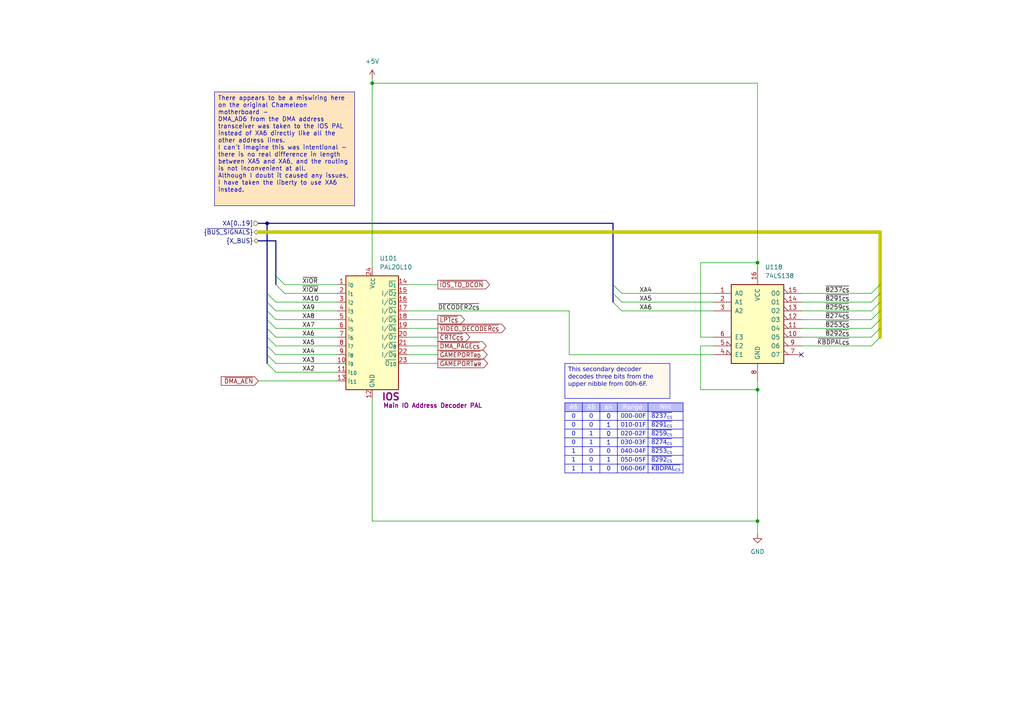
<source format=kicad_sch>
(kicad_sch (version 20250114) (generator "eeschema") (generator_version "9.0")
  (paper "A4")
  (lib_symbols
    (symbol "74xx:74LS138" (pin_names (offset 1.016))
      (property "Reference" "U" (at -7.62 11.43 0))
      (property "Value" "74LS138" (at -7.62 -13.97 0))
      (symbol "74LS138_1_0"
        (pin input line (at -12.7 7.62 0) (length 5.08) (name "A0") (number "1"))
        (pin input line (at -12.7 5.08 0) (length 5.08) (name "A1") (number "2"))
        (pin input line (at -12.7 2.54 0) (length 5.08) (name "A2") (number "3"))
        (pin input line (at -12.7 -5.08 0) (length 5.08) (name "E3") (number "6"))
        (pin input input_low (at -12.7 -7.62 0) (length 5.08) (name "E2") (number "5"))
        (pin input input_low (at -12.7 -10.16 0) (length 5.08) (name "E1") (number "4"))
        (pin power_in line (at 0 15.24 270) (length 5.08) (name "VCC") (number "16"))
        (pin power_in line (at 0 -17.78 90) (length 5.08) (name "GND") (number "8"))
        (pin output output_low (at 12.7 7.62 180) (length 5.08) (name "O0") (number "15"))
        (pin output output_low (at 12.7 5.08 180) (length 5.08) (name "O1") (number "14"))
        (pin output output_low (at 12.7 2.54 180) (length 5.08) (name "O2") (number "13"))
        (pin output output_low (at 12.7 0 180) (length 5.08) (name "O3") (number "12"))
        (pin output output_low (at 12.7 -2.54 180) (length 5.08) (name "O4") (number "11"))
        (pin output output_low (at 12.7 -5.08 180) (length 5.08) (name "O5") (number "10"))
        (pin output output_low (at 12.7 -7.62 180) (length 5.08) (name "O6") (number "9"))
        (pin output output_low (at 12.7 -10.16 180) (length 5.08) (name "O7") (number "7"))
      )
      (symbol "74LS138_1_1"
        (rectangle (start -7.62 10.16) (end 7.62 -12.7) (stroke (width 0.254)) (fill (type background)))
      )
    )
    (symbol "power:+5V" (power) (pin_numbers (hide yes)) (pin_names (offset 0) (hide yes))
      (property "Value" "+5V" (at 0 3.556 0))
      (symbol "+5V_0_1"
        (polyline (pts (xy -0.762 1.27) (xy 0 2.54)))
        (polyline (pts (xy 0 2.54) (xy 0.762 1.27)))
        (polyline (pts (xy 0 0) (xy 0 2.54)))
      )
      (symbol "+5V_1_1"
        (pin power_in line (at 0 0 90) (length 0) (name "~") (number "1"))
      )
    )
    (symbol "power:GND" (power) (pin_numbers (hide yes)) (pin_names (offset 0) (hide yes))
      (property "Value" "GND" (at 0 -3.81 0))
      (symbol "GND_0_1"
        (polyline (pts (xy 0 0) (xy 0 -1.27) (xy 1.27 -1.27) (xy 0 -2.54) (xy -1.27 -1.27) (xy 0 -1.27)))
      )
      (symbol "GND_1_1"
        (pin power_in line (at 0 0 270) (length 0) (name "~") (number "1"))
      )
    )
    (symbol "seequa:PAL20L10"
      (property "Reference" "U" (at -7.366 21.844 0))
      (property "Value" "PAL20L10" (at 2.032 21.844 0))
      (symbol "PAL20L10_0_0"
        (pin power_in line (at 0 -15.24 90) (length 2.54) (name "GND") (number "12"))
      )
      (symbol "PAL20L10_0_1"
        (rectangle (start -7.62 20.32) (end 7.62 -12.7) (stroke (width 0.254)) (fill (type background)))
      )
      (symbol "PAL20L10_1_0"
        (pin power_in line (at 0 22.86 270) (length 2.54) (name "V_{CC}") (number "24"))
      )
      (symbol "PAL20L10_1_1"
        (pin input line (at -10.16 17.78 0) (length 2.54) (name "I_{0}") (number "1"))
        (pin input line (at -10.16 15.24 0) (length 2.54) (name "I_{1}") (number "2"))
        (pin input line (at -10.16 12.7 0) (length 2.54) (name "I_{2}") (number "3"))
        (pin input line (at -10.16 10.16 0) (length 2.54) (name "I_{3}") (number "4"))
        (pin input line (at -10.16 7.62 0) (length 2.54) (name "I_{4}") (number "5"))
        (pin input line (at -10.16 5.08 0) (length 2.54) (name "I_{5}") (number "6"))
        (pin input line (at -10.16 2.54 0) (length 2.54) (name "I_{6}") (number "7"))
        (pin input line (at -10.16 0 0) (length 2.54) (name "I_{7}") (number "8"))
        (pin input line (at -10.16 -2.54 0) (length 2.54) (name "I_{8}") (number "9"))
        (pin input line (at -10.16 -5.08 0) (length 2.54) (name "I_{9}") (number "10"))
        (pin input line (at -10.16 -7.62 0) (length 2.54) (name "I_{10}") (number "11"))
        (pin input line (at -10.16 -10.16 0) (length 2.54) (name "I_{11}") (number "13"))
        (pin output line (at 10.16 17.78 180) (length 2.54) (name "~{O_{1}}") (number "14"))
        (pin bidirectional line (at 10.16 15.24 180) (length 2.54) (name "I/~{O_{2}}") (number "15"))
        (pin bidirectional line (at 10.16 12.7 180) (length 2.54) (name "I/~{O_{3}}") (number "16"))
        (pin bidirectional line (at 10.16 10.16 180) (length 2.54) (name "I/~{O_{4}}") (number "17"))
        (pin bidirectional line (at 10.16 7.62 180) (length 2.54) (name "I/~{O_{5}}") (number "18"))
        (pin bidirectional line (at 10.16 5.08 180) (length 2.54) (name "I/~{O_{6}}") (number "19"))
        (pin bidirectional line (at 10.16 2.54 180) (length 2.54) (name "I/~{O_{7}}") (number "20"))
        (pin bidirectional line (at 10.16 0 180) (length 2.54) (name "I/~{O_{8}}") (number "21"))
        (pin bidirectional line (at 10.16 -2.54 180) (length 2.54) (name "I/~{O_{9}}") (number "22"))
        (pin output line (at 10.16 -5.08 180) (length 2.54) (name "~{O_{10}}") (number "23"))
      )
    )
  )
  (bus_alias "CHIP_SELECTS" (members "~{8237_{CS}}" "~{8291_{CS}}" "~{8259_{CS}}" "~{8274_{CS}}" "~{8253_{CS}}" "~{8292_{CS}}" "~{KBDPAL_{CS}}"))
  (text_box "This secondary decoder decodes three bits from the upper nibble from 00h-6F." (at 163.83 105.41 0) (size 30.48 10.16) (margins 0.9525 0.9525 0.9525 0.9525) (fill (type color) (color 255 229 191 0.25)) (effects (font (size 1.27 1.27)) (justify left top)))
  (text_box "There appears to be a miswiring here on the original Chameleon motherboard - \nDMA_AD6 from the DMA address transceiver was taken to the IOS PAL instead of XA6 directly like all the other address lines.\nI can't imagine this was intentional - there is no real difference in length between XA5 and XA6, and the routing is not inconvenient at all. \nAlthough I doubt it caused any issues, I have taken the liberty to use XA6 instead." (at 62.23 26.67 0) (size 40.64 33.02) (margins 0.9525 0.9525 0.9525 0.9525) (fill (type color) (color 255 229 191 1)) (effects (font (size 1.27 1.27)) (justify left top)))
  (junction (at 107.95 24.13))
  (junction (at 77.47 64.77))
  (junction (at 219.71 113.03))
  (junction (at 219.71 76.2))
  (junction (at 219.71 151.13))
  (no_connect (at 232.41 102.87))
  (bus_entry (at 252.73 90.17) (size 2.54 -2.54))
  (bus_entry (at 252.73 85.09) (size 2.54 -2.54))
  (bus_entry (at 77.47 97.79) (size 2.54 2.54))
  (bus_entry (at 77.47 92.71) (size 2.54 2.54))
  (bus_entry (at 77.47 95.25) (size 2.54 2.54))
  (bus_entry (at 77.47 90.17) (size 2.54 2.54))
  (bus_entry (at 177.8 82.55) (size 2.54 2.54))
  (bus_entry (at 80.01 82.55) (size 2.54 2.54))
  (bus_entry (at 252.73 95.25) (size 2.54 -2.54))
  (bus_entry (at 77.47 100.33) (size 2.54 2.54))
  (bus_entry (at 252.73 100.33) (size 2.54 -2.54))
  (bus_entry (at 252.73 87.63) (size 2.54 -2.54))
  (bus_entry (at 77.47 87.63) (size 2.54 2.54))
  (bus_entry (at 80.01 80.01) (size 2.54 2.54))
  (bus_entry (at 77.47 85.09) (size 2.54 2.54))
  (bus_entry (at 77.47 102.87) (size 2.54 2.54))
  (bus_entry (at 252.73 97.79) (size 2.54 -2.54))
  (bus_entry (at 177.8 85.09) (size 2.54 2.54))
  (bus_entry (at 252.73 92.71) (size 2.54 -2.54))
  (bus_entry (at 177.8 87.63) (size 2.54 2.54))
  (bus_entry (at 77.47 105.41) (size 2.54 2.54))
  (wire (pts (xy 203.2 97.79) (xy 203.2 76.2)))
  (wire (pts (xy 180.34 85.09) (xy 207.01 85.09)))
  (wire (pts (xy 219.71 113.03) (xy 219.71 151.13)))
  (wire (pts (xy 232.41 87.63) (xy 252.73 87.63)))
  (wire (pts (xy 107.95 151.13) (xy 219.71 151.13)))
  (wire (pts (xy 118.11 92.71) (xy 127 92.71)))
  (wire (pts (xy 118.11 95.25) (xy 127 95.25)))
  (wire (pts (xy 107.95 115.57) (xy 107.95 151.13)))
  (bus (pts (xy 77.47 64.77) (xy 177.8 64.77)))
  (wire (pts (xy 203.2 100.33) (xy 203.2 113.03)))
  (wire (pts (xy 80.01 105.41) (xy 97.79 105.41)))
  (bus (pts (xy 255.27 92.71) (xy 255.27 90.17)) (stroke (width 1) (color 194 194 0 1)))
  (bus (pts (xy 255.27 85.09) (xy 255.27 82.55)) (stroke (width 1) (color 194 194 0 1)))
  (wire (pts (xy 180.34 90.17) (xy 207.01 90.17)))
  (wire (pts (xy 203.2 113.03) (xy 219.71 113.03)))
  (wire (pts (xy 118.11 90.17) (xy 165.1 90.17)))
  (wire (pts (xy 118.11 100.33) (xy 127 100.33)))
  (wire (pts (xy 232.41 90.17) (xy 252.73 90.17)))
  (wire (pts (xy 80.01 107.95) (xy 97.79 107.95)))
  (bus (pts (xy 255.27 95.25) (xy 255.27 92.71)) (stroke (width 1) (color 194 194 0 1)))
  (bus (pts (xy 177.8 85.09) (xy 177.8 87.63)))
  (bus (pts (xy 80.01 80.01) (xy 80.01 82.55)))
  (bus (pts (xy 255.27 87.63) (xy 255.27 85.09)) (stroke (width 1) (color 194 194 0 1)))
  (bus (pts (xy 80.01 69.85) (xy 80.01 80.01)))
  (wire (pts (xy 107.95 22.86) (xy 107.95 24.13)))
  (wire (pts (xy 118.11 97.79) (xy 127 97.79)))
  (bus (pts (xy 77.47 102.87) (xy 77.47 105.41)))
  (wire (pts (xy 232.41 85.09) (xy 252.73 85.09)))
  (wire (pts (xy 232.41 95.25) (xy 252.73 95.25)))
  (bus (pts (xy 74.93 69.85) (xy 80.01 69.85)))
  (wire (pts (xy 80.01 100.33) (xy 97.79 100.33)))
  (bus (pts (xy 255.27 97.79) (xy 255.27 95.25)) (stroke (width 1) (color 194 194 0 1)))
  (wire (pts (xy 80.01 90.17) (xy 97.79 90.17)))
  (wire (pts (xy 74.93 110.49) (xy 97.79 110.49)))
  (wire (pts (xy 80.01 95.25) (xy 97.79 95.25)))
  (wire (pts (xy 118.11 82.55) (xy 127 82.55)))
  (wire (pts (xy 82.55 82.55) (xy 97.79 82.55)))
  (wire (pts (xy 203.2 76.2) (xy 219.71 76.2)))
  (wire (pts (xy 80.01 92.71) (xy 97.79 92.71)))
  (wire (pts (xy 219.71 151.13) (xy 219.71 154.94)))
  (wire (pts (xy 127 105.41) (xy 118.11 105.41)))
  (bus (pts (xy 74.93 64.77) (xy 77.47 64.77)))
  (wire (pts (xy 107.95 24.13) (xy 107.95 77.47)))
  (bus (pts (xy 77.47 97.79) (xy 77.47 100.33)))
  (wire (pts (xy 165.1 102.87) (xy 207.01 102.87)))
  (bus (pts (xy 77.47 64.77) (xy 77.47 85.09)))
  (bus (pts (xy 77.47 92.71) (xy 77.47 95.25)))
  (wire (pts (xy 82.55 85.09) (xy 97.79 85.09)))
  (bus (pts (xy 77.47 100.33) (xy 77.47 102.87)))
  (bus (pts (xy 255.27 67.31) (xy 255.27 82.55)) (stroke (width 1) (color 194 194 0 1)))
  (wire (pts (xy 219.71 113.03) (xy 219.71 110.49)))
  (wire (pts (xy 165.1 102.87) (xy 165.1 90.17)))
  (wire (pts (xy 232.41 97.79) (xy 252.73 97.79)))
  (bus (pts (xy 74.93 67.31) (xy 255.27 67.31)) (stroke (width 1) (color 194 194 0 1)))
  (wire (pts (xy 180.34 87.63) (xy 207.01 87.63)))
  (wire (pts (xy 219.71 76.2) (xy 219.71 77.47)))
  (wire (pts (xy 80.01 102.87) (xy 97.79 102.87)))
  (wire (pts (xy 219.71 24.13) (xy 219.71 76.2)))
  (wire (pts (xy 207.01 100.33) (xy 203.2 100.33)))
  (bus (pts (xy 77.47 90.17) (xy 77.47 92.71)))
  (bus (pts (xy 77.47 85.09) (xy 77.47 87.63)))
  (wire (pts (xy 232.41 100.33) (xy 252.73 100.33)))
  (bus (pts (xy 255.27 90.17) (xy 255.27 87.63)) (stroke (width 1) (color 194 194 0 1)))
  (bus (pts (xy 177.8 64.77) (xy 177.8 82.55)))
  (bus (pts (xy 77.47 95.25) (xy 77.47 97.79)))
  (bus (pts (xy 177.8 82.55) (xy 177.8 85.09)))
  (wire (pts (xy 107.95 24.13) (xy 219.71 24.13)))
  (wire (pts (xy 118.11 102.87) (xy 127 102.87)))
  (bus (pts (xy 77.47 87.63) (xy 77.47 90.17)))
  (wire (pts (xy 207.01 97.79) (xy 203.2 97.79)))
  (wire (pts (xy 80.01 87.63) (xy 97.79 87.63)))
  (wire (pts (xy 80.01 97.79) (xy 97.79 97.79)))
  (wire (pts (xy 232.41 92.71) (xy 252.73 92.71)))
  (table (column_count 5) (border (external yes) (header yes)) (separators (rows yes) (cols yes)) (column_widths 5.08 5.08 5.08 8.89 10.16) (row_heights 2.54 2.54 2.54 2.54 2.54 2.54 2.54 2.54) (cells (table_cell "A6" (at 163.83 116.84 0) (size 5.08 2.54) (margins 0.9525 0.9525 0.9525 0.9525) (span 1 1) (fill (type color) (color 0 0 255 0.26))) (table_cell "A5" (at 168.91 116.84 0) (size 5.08 2.54) (margins 0.9525 0.9525 0.9525 0.9525) (span 1 1) (fill (type color) (color 0 0 255 0.26))) (table_cell "A4" (at 173.99 116.84 0) (size 5.08 2.54) (margins 0.9525 0.9525 0.9525 0.9525) (span 1 1) (fill (type color) (color 0 0 255 0.26))) (table_cell "Range" (at 179.07 116.84 0) (size 8.89 2.54) (margins 0.9525 0.9525 0.9525 0.9525) (span 1 1) (fill (type color) (color 0 0 255 0.26))) (table_cell "Net" (at 187.96 116.84 0) (size 10.16 2.54) (margins 0.9525 0.9525 0.9525 0.9525) (span 1 1) (fill (type color) (color 0 0 255 0.26))) (table_cell "0" (at 163.83 119.38 0) (size 5.08 2.54) (margins 0.9525 0.9525 0.9525 0.9525) (span 1 1)) (table_cell "0" (at 168.91 119.38 0) (size 5.08 2.54) (margins 0.9525 0.9525 0.9525 0.9525) (span 1 1)) (table_cell "0" (at 173.99 119.38 0) (size 5.08 2.54) (margins 0.9525 0.9525 0.9525 0.9525) (span 1 1)) (table_cell "000-00F" (at 179.07 119.38 0) (size 8.89 2.54) (margins 0.9525 0.9525 0.9525 0.9525) (span 1 1)) (table_cell "~{8237_{CS}}" (at 187.96 119.38 0) (size 10.16 2.54) (margins 0.9525 0.9525 0.9525 0.9525) (span 1 1)) (table_cell "0" (at 163.83 121.92 0) (size 5.08 2.54) (margins 0.9525 0.9525 0.9525 0.9525) (span 1 1)) (table_cell "0" (at 168.91 121.92 0) (size 5.08 2.54) (margins 0.9525 0.9525 0.9525 0.9525) (span 1 1)) (table_cell "1" (at 173.99 121.92 0) (size 5.08 2.54) (margins 0.9525 0.9525 0.9525 0.9525) (span 1 1)) (table_cell "010-01F" (at 179.07 121.92 0) (size 8.89 2.54) (margins 0.9525 0.9525 0.9525 0.9525) (span 1 1)) (table_cell "~{8291_{CS}}" (at 187.96 121.92 0) (size 10.16 2.54) (margins 0.9525 0.9525 0.9525 0.9525) (span 1 1)) (table_cell "0" (at 163.83 124.46 0) (size 5.08 2.54) (margins 0.9525 0.9525 0.9525 0.9525) (span 1 1)) (table_cell "1" (at 168.91 124.46 0) (size 5.08 2.54) (margins 0.9525 0.9525 0.9525 0.9525) (span 1 1)) (table_cell "0" (at 173.99 124.46 0) (size 5.08 2.54) (margins 0.9525 0.9525 0.9525 0.9525) (span 1 1)) (table_cell "020-02F" (at 179.07 124.46 0) (size 8.89 2.54) (margins 0.9525 0.9525 0.9525 0.9525) (span 1 1)) (table_cell "~{8259_{CS}}" (at 187.96 124.46 0) (size 10.16 2.54) (margins 0.9525 0.9525 0.9525 0.9525) (span 1 1)) (table_cell "0" (at 163.83 127 0) (size 5.08 2.54) (margins 0.9525 0.9525 0.9525 0.9525) (span 1 1)) (table_cell "1" (at 168.91 127 0) (size 5.08 2.54) (margins 0.9525 0.9525 0.9525 0.9525) (span 1 1)) (table_cell "1" (at 173.99 127 0) (size 5.08 2.54) (margins 0.9525 0.9525 0.9525 0.9525) (span 1 1)) (table_cell "030-03F" (at 179.07 127 0) (size 8.89 2.54) (margins 0.9525 0.9525 0.9525 0.9525) (span 1 1)) (table_cell "~{8274_{CS}}" (at 187.96 127 0) (size 10.16 2.54) (margins 0.9525 0.9525 0.9525 0.9525) (span 1 1)) (table_cell "1" (at 163.83 129.54 0) (size 5.08 2.54) (margins 0.9525 0.9525 0.9525 0.9525) (span 1 1)) (table_cell "0" (at 168.91 129.54 0) (size 5.08 2.54) (margins 0.9525 0.9525 0.9525 0.9525) (span 1 1)) (table_cell "0" (at 173.99 129.54 0) (size 5.08 2.54) (margins 0.9525 0.9525 0.9525 0.9525) (span 1 1)) (table_cell "040-04F" (at 179.07 129.54 0) (size 8.89 2.54) (margins 0.9525 0.9525 0.9525 0.9525) (span 1 1)) (table_cell "~{8253_{CS}}" (at 187.96 129.54 0) (size 10.16 2.54) (margins 0.9525 0.9525 0.9525 0.9525) (span 1 1)) (table_cell "1" (at 163.83 132.08 0) (size 5.08 2.54) (margins 0.9525 0.9525 0.9525 0.9525) (span 1 1)) (table_cell "0" (at 168.91 132.08 0) (size 5.08 2.54) (margins 0.9525 0.9525 0.9525 0.9525) (span 1 1)) (table_cell "1" (at 173.99 132.08 0) (size 5.08 2.54) (margins 0.9525 0.9525 0.9525 0.9525) (span 1 1)) (table_cell "050-05F" (at 179.07 132.08 0) (size 8.89 2.54) (margins 0.9525 0.9525 0.9525 0.9525) (span 1 1)) (table_cell "~{8292_{CS}}" (at 187.96 132.08 0) (size 10.16 2.54) (margins 0.9525 0.9525 0.9525 0.9525) (span 1 1)) (table_cell "1" (at 163.83 134.62 0) (size 5.08 2.54) (margins 0.9525 0.9525 0.9525 0.9525) (span 1 1)) (table_cell "1" (at 168.91 134.62 0) (size 5.08 2.54) (margins 0.9525 0.9525 0.9525 0.9525) (span 1 1)) (table_cell "0" (at 173.99 134.62 0) (size 5.08 2.54) (margins 0.9525 0.9525 0.9525 0.9525) (span 1 1)) (table_cell "060-06F" (at 179.07 134.62 0) (size 8.89 2.54) (margins 0.9525 0.9525 0.9525 0.9525) (span 1 1)) (table_cell "~{KBDPAL_{CS}}" (at 187.96 134.62 0) (size 10.16 2.54) (margins 0.9525 0.9525 0.9525 0.9525) (span 1 1))))
  (label "XA7" (at 87.63 95.25 0))
  (label "XA6" (at 87.63 97.79 0))
  (label "~{XIOR}" (at 87.63 82.55 0))
  (label "~{KBDPAL_{CS}}" (at 246.38 100.33 180))
  (label "XA9" (at 87.63 90.17 0))
  (label "XA6" (at 185.42 90.17 0))
  (label "XA8" (at 87.63 92.71 0))
  (label "XA10" (at 87.63 87.63 0))
  (label "~{8274_{CS}}" (at 246.38 92.71 180))
  (label "~{DECODER2_{CS}}" (at 127 90.17 0))
  (label "~{8291_{CS}}" (at 246.38 87.63 180))
  (label "~{XIOW}" (at 87.63 85.09 0))
  (label "XA5" (at 87.63 100.33 0))
  (label "~{8237_{CS}}" (at 246.38 85.09 180))
  (label "XA2" (at 87.63 107.95 0))
  (label "~{8259_{CS}}" (at 246.38 90.17 180))
  (label "XA4" (at 87.63 102.87 0))
  (label "XA3" (at 87.63 105.41 0))
  (label "XA4" (at 185.42 85.09 0))
  (label "~{8292_{CS}}" (at 246.38 97.79 180))
  (label "~{8253_{CS}}" (at 246.38 95.25 180))
  (label "XA5" (at 185.42 87.63 0))
  (global_label "~{IOS_TO_DCON}" (shape output) (at 127 82.55 0) (property "Intersheetrefs" "${INTERSHEET_REFS}" (effects (hide yes))))
  (global_label "~{CRTC_{CS}}" (shape output) (at 127 97.79 0) (property "Intersheetrefs" "${INTERSHEET_REFS}" (effects (hide yes))))
  (global_label "~{DMA_AEN}" (shape input) (at 74.93 110.49 180) (property "Intersheetrefs" "${INTERSHEET_REFS}" (effects (hide yes))))
  (global_label "~{VIDEO_DECODER_{CS}}" (shape output) (at 127 95.25 0) (property "Intersheetrefs" "${INTERSHEET_REFS}" (effects (hide yes))))
  (global_label "~{GAMEPORT_{RD}}" (shape output) (at 127 102.87 0) (property "Intersheetrefs" "${INTERSHEET_REFS}" (effects (hide yes))))
  (global_label "~{GAMEPORT_{WR}}" (shape output) (at 127 105.41 0) (property "Intersheetrefs" "${INTERSHEET_REFS}" (effects (hide yes))))
  (global_label "~{LPT_{CS}}" (shape output) (at 127 92.71 0) (property "Intersheetrefs" "${INTERSHEET_REFS}" (effects (hide yes))))
  (global_label "~{DMA_PAGE_{CS}}" (shape output) (at 127 100.33 0) (property "Intersheetrefs" "${INTERSHEET_REFS}" (effects (hide yes))))
  (hierarchical_label "{X_BUS}" (shape bidirectional) (at 74.93 69.85 180))
  (hierarchical_label "{~{BUS_SIGNALS}}" (shape tri_state) (at 74.93 67.31 180))
  (hierarchical_label "XA[0..19]" (shape input) (at 74.93 64.77 180))
  (symbol (lib_id "power:+5V") (at 107.95 22.86 0) (unit 1)
    (property "Reference" "#PWR086" (effects (hide yes)))
    (property "Value" "+5V" (at 107.95 17.78 0))
    (property "Description" "Power symbol creates a global label with name \"+5V\"" (effects (hide yes)))
  )
  (symbol (lib_id "seequa:PAL20L10") (at 107.95 100.33 0) (unit 1)
    (property "Reference" "U101" (at 110.0933 74.93 0) (effects (justify left)))
    (property "Value" "PAL20L10" (at 110.0933 77.47 0) (effects (justify left)))
    (property "Footprint" "Package_DIP:DIP-24_W7.62mm" (effects (hide yes)))
    (property "Datasheet" "https://rocelec.widen.net/view/pdf/pn0qtf2whd/VANTS00076-1.pdf" (effects (hide yes)))
    (property "Description" "Programmable Array Logic (PAL), Active-Low Combinatorial, DIP-24" (effects (hide yes)))
    (property "seq_partno" "PAL20L10CNS" (effects (hide yes)))
    (property "seq_silkscreen" "IOS" (at 110.49 115.062 0) (effects (font (size 2 2) (thickness 0.4) (bold yes)) (justify left)))
    (property "seq_notes" "Main IO Address Decoder PAL" (at 110.998 117.602 0) (effects (font (thickness 0.254) (bold yes)) (justify left)))
  )
  (symbol (lib_id "74xx:74LS138") (at 219.71 92.71 0) (unit 1)
    (property "Reference" "U118" (at 221.8533 77.47 0) (effects (justify left)))
    (property "Value" "74LS138" (at 221.8533 80.01 0) (effects (justify left)))
    (property "Footprint" "Package_DIP:DIP-16_W7.62mm" (effects (hide yes)))
    (property "Datasheet" "http://www.ti.com/lit/gpn/sn74LS138" (effects (hide yes)))
    (property "Description" "Decoder 3 to 8 active low outputs" (effects (hide yes)))
    (property "seq_partno" "M74LS138P" (effects (hide yes)))
    (property "seq_silkscreen" "LS138" (effects (hide yes)))
  )
  (symbol (lib_id "power:GND") (at 219.71 154.94 0) (unit 1)
    (property "Reference" "#PWR014" (effects (hide yes)))
    (property "Value" "GND" (at 219.71 160.02 0))
    (property "Description" "Power symbol creates a global label with name \"GND\" , ground" (effects (hide yes)))
  )
)
</source>
